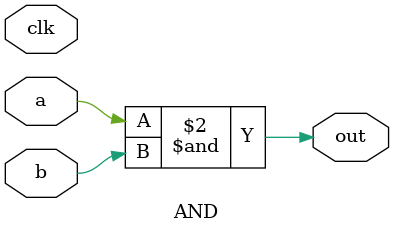
<source format=v>
module AND(a,b,out, clk);
input a,b, clk;
output reg out;
always @(a or b)
begin
out = a & b;
end
initial
begin
	out=0;
end
endmodule

</source>
